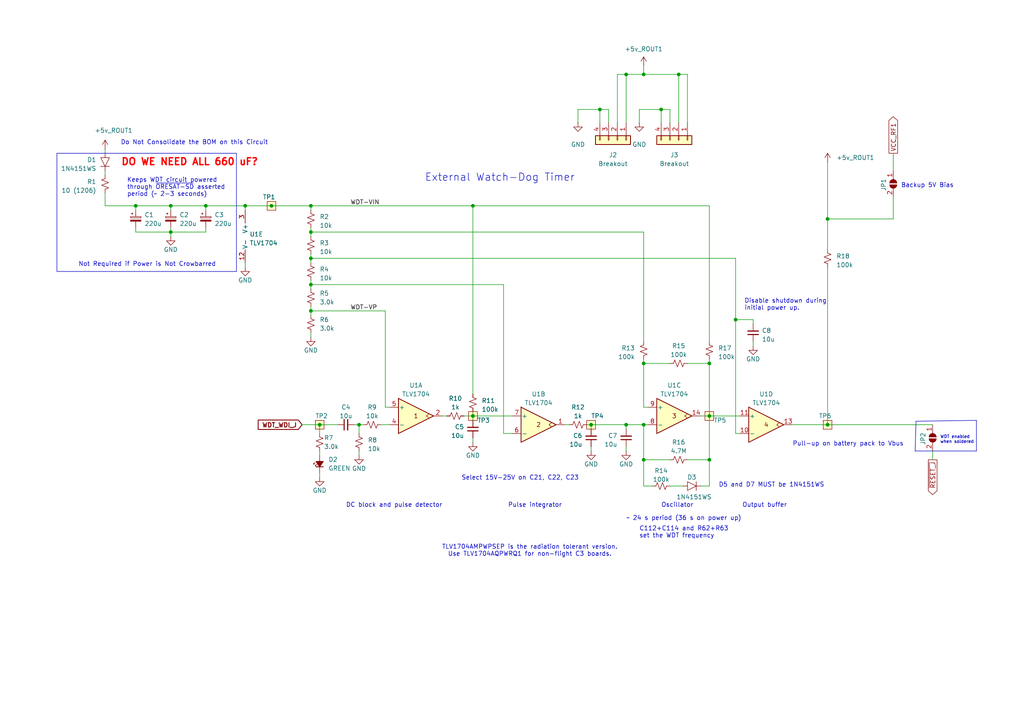
<source format=kicad_sch>
(kicad_sch (version 20231120) (generator "eeschema") (generator_version "8.0")
  (paper "A4")
  (lib_symbols
    (symbol "Connector_Generic:Conn_01x04" (pin_names (offset 1.016) hide)
      (property "Reference" "J" (at 0 5.08 0))
      (property "Value" "Conn_01x04" (at 0 -7.62 0))
      (symbol "Conn_01x04_1_1"
        (pin passive line (at -5.08 2.54 0) (length 3.81) (name "Pin_1") (number "1"))
        (pin passive line (at -5.08 0 0) (length 3.81) (name "Pin_2") (number "2"))
        (pin passive line (at -5.08 -2.54 0) (length 3.81) (name "Pin_3") (number "3"))
        (pin passive line (at -5.08 -5.08 0) (length 3.81) (name "Pin_4") (number "4"))
      )
    )
    (symbol "Device:C_Polarized_Small" (pin_numbers hide) (pin_names (offset 0.254) hide)
      (property "Reference" "C" (at 0.254 1.778 0))
      (property "Value" "C_Polarized_Small" (at 0.254 -2.032 0))
      (symbol "C_Polarized_Small_1_1"
        (pin passive line (at 0 2.54 270) (length 1.8542) (name "~") (number "1"))
        (pin passive line (at 0 -2.54 90) (length 1.8542) (name "~") (number "2"))
      )
    )
    (symbol "Device:C_Small" (pin_numbers hide) (pin_names (offset 0.254) hide)
      (property "Reference" "C" (at 0.254 1.778 0))
      (property "Value" "C_Small" (at 0.254 -2.032 0))
      (symbol "C_Small_1_1"
        (pin passive line (at 0 2.54 270) (length 2.032) (name "~") (number "1"))
        (pin passive line (at 0 -2.54 90) (length 2.032) (name "~") (number "2"))
      )
    )
    (symbol "Device:LED_Small_Filled" (pin_numbers hide) (pin_names (offset 0.254) hide)
      (property "Reference" "D" (at -1.27 3.175 0))
      (property "Value" "LED_Small_Filled" (at -4.445 -2.54 0))
      (symbol "LED_Small_Filled_1_1"
        (pin passive line (at -2.54 0 0) (length 1.778) (name "K") (number "1"))
        (pin passive line (at 2.54 0 180) (length 1.778) (name "A") (number "2"))
      )
    )
    (symbol "Device:R_Small_US" (pin_numbers hide) (pin_names (offset 0.254) hide)
      (property "Reference" "R" (at 0.762 0.508 0))
      (property "Value" "R_Small_US" (at 0.762 -1.016 0))
      (symbol "R_Small_US_1_1"
        (pin passive line (at 0 2.54 270) (length 1.016) (name "~") (number "1"))
        (pin passive line (at 0 -2.54 90) (length 1.016) (name "~") (number "2"))
      )
    )
    (symbol "GND_1" (power) (pin_numbers hide) (pin_names (offset 0) hide)
      (property "Value" "GND" (at 0 -3.81 0))
      (symbol "GND_1_1_1"
        (pin power_in line (at 0 0 270) (length 0) (name "~") (number "1"))
      )
    )
    (symbol "Jumper:SolderJumper_2_Open" (pin_names (offset 0) hide)
      (property "Reference" "JP" (at 0 2.032 0))
      (property "Value" "SolderJumper_2_Open" (at 0 -2.54 0))
      (symbol "SolderJumper_2_Open_1_1"
        (pin passive line (at -3.81 0 0) (length 2.54) (name "A") (number "1"))
        (pin passive line (at 3.81 0 180) (length 2.54) (name "B") (number "2"))
      )
    )
    (symbol "TLV1704AIPWR_1" (pin_names (offset 0.127))
      (property "Reference" "U" (at 0 5.08 0))
      (property "Value" "TLV1704AIPWR" (at 0 -5.08 0))
      (symbol "TLV1704AIPWR_1_1_1"
        (text "1" (at 0 0 0) (effects (font (size 1.27 1.27))))
        (pin open_collector line (at 7.62 0 180) (length 2.54) (name "~") (number "2"))
        (pin input line (at -7.62 -2.54 0) (length 2.54) (name "-") (number "4"))
        (pin input line (at -7.62 2.54 0) (length 2.54) (name "+") (number "5"))
      )
      (symbol "TLV1704AIPWR_1_2_1"
        (text "2" (at 0 0 0) (effects (font (size 1.27 1.27))))
        (pin open_collector line (at 7.62 0 180) (length 2.54) (name "~") (number "1"))
        (pin input line (at -7.62 -2.54 0) (length 2.54) (name "-") (number "6"))
        (pin input line (at -7.62 2.54 0) (length 2.54) (name "+") (number "7"))
      )
      (symbol "TLV1704AIPWR_1_3_1"
        (text "3" (at 0 0 0) (effects (font (size 1.27 1.27))))
        (pin open_collector line (at 7.62 0 180) (length 2.54) (name "~") (number "14"))
        (pin input line (at -7.62 -2.54 0) (length 2.54) (name "-") (number "8"))
        (pin input line (at -7.62 2.54 0) (length 2.54) (name "+") (number "9"))
      )
      (symbol "TLV1704AIPWR_1_4_1"
        (text "4" (at 0 0 0) (effects (font (size 1.27 1.27))))
        (pin input line (at -7.62 -2.54 0) (length 2.54) (name "-") (number "10"))
        (pin input line (at -7.62 2.54 0) (length 2.54) (name "+") (number "11"))
        (pin open_collector line (at 7.62 0 180) (length 2.54) (name "~") (number "13"))
      )
      (symbol "TLV1704AIPWR_1_5_1"
        (pin power_in line (at -2.54 -7.62 90) (length 3.81) (name "V-") (number "12"))
        (pin power_in line (at -2.54 7.62 270) (length 3.81) (name "V+") (number "3"))
      )
    )
    (symbol "TLV1704AIPWR_2" (pin_names (offset 0.127))
      (property "Reference" "U" (at 0 5.08 0))
      (property "Value" "TLV1704AIPWR" (at 0 -5.08 0))
      (symbol "TLV1704AIPWR_2_1_1"
        (text "1" (at 0 0 0) (effects (font (size 1.27 1.27))))
        (pin open_collector line (at 7.62 0 180) (length 2.54) (name "~") (number "2"))
        (pin input line (at -7.62 -2.54 0) (length 2.54) (name "-") (number "4"))
        (pin input line (at -7.62 2.54 0) (length 2.54) (name "+") (number "5"))
      )
      (symbol "TLV1704AIPWR_2_2_1"
        (text "2" (at 0 0 0) (effects (font (size 1.27 1.27))))
        (pin open_collector line (at 7.62 0 180) (length 2.54) (name "~") (number "1"))
        (pin input line (at -7.62 -2.54 0) (length 2.54) (name "-") (number "6"))
        (pin input line (at -7.62 2.54 0) (length 2.54) (name "+") (number "7"))
      )
      (symbol "TLV1704AIPWR_2_3_1"
        (text "3" (at 0 0 0) (effects (font (size 1.27 1.27))))
        (pin open_collector line (at 7.62 0 180) (length 2.54) (name "~") (number "14"))
        (pin input line (at -7.62 -2.54 0) (length 2.54) (name "-") (number "8"))
        (pin input line (at -7.62 2.54 0) (length 2.54) (name "+") (number "9"))
      )
      (symbol "TLV1704AIPWR_2_4_1"
        (text "4" (at 0 0 0) (effects (font (size 1.27 1.27))))
        (pin input line (at -7.62 -2.54 0) (length 2.54) (name "-") (number "10"))
        (pin input line (at -7.62 2.54 0) (length 2.54) (name "+") (number "11"))
        (pin open_collector line (at 7.62 0 180) (length 2.54) (name "~") (number "13"))
      )
      (symbol "TLV1704AIPWR_2_5_1"
        (pin power_in line (at -2.54 -7.62 90) (length 3.81) (name "V-") (number "12"))
        (pin power_in line (at -2.54 7.62 270) (length 3.81) (name "V+") (number "3"))
      )
    )
    (symbol "TLV1704AIPWR_3" (pin_names (offset 0.127))
      (property "Reference" "U" (at 0 5.08 0))
      (property "Value" "TLV1704AIPWR" (at 0 -5.08 0))
      (symbol "TLV1704AIPWR_3_1_1"
        (text "1" (at 0 0 0) (effects (font (size 1.27 1.27))))
        (pin open_collector line (at 7.62 0 180) (length 2.54) (name "~") (number "2"))
        (pin input line (at -7.62 -2.54 0) (length 2.54) (name "-") (number "4"))
        (pin input line (at -7.62 2.54 0) (length 2.54) (name "+") (number "5"))
      )
      (symbol "TLV1704AIPWR_3_2_1"
        (text "2" (at 0 0 0) (effects (font (size 1.27 1.27))))
        (pin open_collector line (at 7.62 0 180) (length 2.54) (name "~") (number "1"))
        (pin input line (at -7.62 -2.54 0) (length 2.54) (name "-") (number "6"))
        (pin input line (at -7.62 2.54 0) (length 2.54) (name "+") (number "7"))
      )
      (symbol "TLV1704AIPWR_3_3_1"
        (text "3" (at 0 0 0) (effects (font (size 1.27 1.27))))
        (pin open_collector line (at 7.62 0 180) (length 2.54) (name "~") (number "14"))
        (pin input line (at -7.62 -2.54 0) (length 2.54) (name "-") (number "8"))
        (pin input line (at -7.62 2.54 0) (length 2.54) (name "+") (number "9"))
      )
      (symbol "TLV1704AIPWR_3_4_1"
        (text "4" (at 0 0 0) (effects (font (size 1.27 1.27))))
        (pin input line (at -7.62 -2.54 0) (length 2.54) (name "-") (number "10"))
        (pin input line (at -7.62 2.54 0) (length 2.54) (name "+") (number "11"))
        (pin open_collector line (at 7.62 0 180) (length 2.54) (name "~") (number "13"))
      )
      (symbol "TLV1704AIPWR_3_5_1"
        (pin power_in line (at -2.54 -7.62 90) (length 3.81) (name "V-") (number "12"))
        (pin power_in line (at -2.54 7.62 270) (length 3.81) (name "V+") (number "3"))
      )
    )
    (symbol "TLV1704AIPWR_4" (pin_names (offset 0.127))
      (property "Reference" "U" (at 0 5.08 0))
      (property "Value" "TLV1704AIPWR" (at 0 -5.08 0))
      (symbol "TLV1704AIPWR_4_1_1"
        (text "1" (at 0 0 0) (effects (font (size 1.27 1.27))))
        (pin open_collector line (at 7.62 0 180) (length 2.54) (name "~") (number "2"))
        (pin input line (at -7.62 -2.54 0) (length 2.54) (name "-") (number "4"))
        (pin input line (at -7.62 2.54 0) (length 2.54) (name "+") (number "5"))
      )
      (symbol "TLV1704AIPWR_4_2_1"
        (text "2" (at 0 0 0) (effects (font (size 1.27 1.27))))
        (pin open_collector line (at 7.62 0 180) (length 2.54) (name "~") (number "1"))
        (pin input line (at -7.62 -2.54 0) (length 2.54) (name "-") (number "6"))
        (pin input line (at -7.62 2.54 0) (length 2.54) (name "+") (number "7"))
      )
      (symbol "TLV1704AIPWR_4_3_1"
        (text "3" (at 0 0 0) (effects (font (size 1.27 1.27))))
        (pin open_collector line (at 7.62 0 180) (length 2.54) (name "~") (number "14"))
        (pin input line (at -7.62 -2.54 0) (length 2.54) (name "-") (number "8"))
        (pin input line (at -7.62 2.54 0) (length 2.54) (name "+") (number "9"))
      )
      (symbol "TLV1704AIPWR_4_4_1"
        (text "4" (at 0 0 0) (effects (font (size 1.27 1.27))))
        (pin input line (at -7.62 -2.54 0) (length 2.54) (name "-") (number "10"))
        (pin input line (at -7.62 2.54 0) (length 2.54) (name "+") (number "11"))
        (pin open_collector line (at 7.62 0 180) (length 2.54) (name "~") (number "13"))
      )
      (symbol "TLV1704AIPWR_4_5_1"
        (pin power_in line (at -2.54 -7.62 90) (length 3.81) (name "V-") (number "12"))
        (pin power_in line (at -2.54 7.62 270) (length 3.81) (name "V+") (number "3"))
      )
    )
    (symbol "oresat-diodes:1N4151WS-HE3" (pin_numbers hide) (pin_names (offset 0) hide)
      (property "Reference" "D" (at 0 2.54 0))
      (property "Value" "1N4151WS" (at 0 -2.54 0))
      (symbol "1N4151WS-HE3_1_1"
        (pin passive line (at 2.54 0 180) (length 1.27) (name "1") (number "1"))
        (pin passive line (at -2.54 0 0) (length 1.27) (name "2") (number "2"))
      )
    )
    (symbol "oresat-ics:TLV1704AIPWR" (pin_names (offset 0.127))
      (property "Reference" "U" (at 0 5.08 0))
      (property "Value" "TLV1704AIPWR" (at 0 -5.08 0))
      (symbol "TLV1704AIPWR_1_1"
        (text "1" (at 0 0 0) (effects (font (size 1.27 1.27))))
        (pin open_collector line (at 7.62 0 180) (length 2.54) (name "~") (number "2"))
        (pin input line (at -7.62 -2.54 0) (length 2.54) (name "-") (number "4"))
        (pin input line (at -7.62 2.54 0) (length 2.54) (name "+") (number "5"))
      )
      (symbol "TLV1704AIPWR_2_1"
        (text "2" (at 0 0 0) (effects (font (size 1.27 1.27))))
        (pin open_collector line (at 7.62 0 180) (length 2.54) (name "~") (number "1"))
        (pin input line (at -7.62 -2.54 0) (length 2.54) (name "-") (number "6"))
        (pin input line (at -7.62 2.54 0) (length 2.54) (name "+") (number "7"))
      )
      (symbol "TLV1704AIPWR_3_1"
        (text "3" (at 0 0 0) (effects (font (size 1.27 1.27))))
        (pin open_collector line (at 7.62 0 180) (length 2.54) (name "~") (number "14"))
        (pin input line (at -7.62 -2.54 0) (length 2.54) (name "-") (number "8"))
        (pin input line (at -7.62 2.54 0) (length 2.54) (name "+") (number "9"))
      )
      (symbol "TLV1704AIPWR_4_1"
        (text "4" (at 0 0 0) (effects (font (size 1.27 1.27))))
        (pin input line (at -7.62 -2.54 0) (length 2.54) (name "-") (number "10"))
        (pin input line (at -7.62 2.54 0) (length 2.54) (name "+") (number "11"))
        (pin open_collector line (at 7.62 0 180) (length 2.54) (name "~") (number "13"))
      )
      (symbol "TLV1704AIPWR_5_1"
        (pin power_in line (at -2.54 -7.62 90) (length 3.81) (name "V-") (number "12"))
        (pin power_in line (at -2.54 7.62 270) (length 3.81) (name "V+") (number "3"))
      )
    )
    (symbol "oresat-misc:Test-Point-0.75mm-th" (exclude_from_sim yes) (in_bom no)
      (property "Reference" "TP" (at 0 2.54 0))
      (symbol "Test-Point-0.75mm-th_1_0"
        (pin passive line (at 0 0 0) (length 0) (name "1") (number "1"))
      )
    )
    (symbol "power:GND" (power) (pin_names (offset 0))
      (property "Value" "GND" (at 0 -3.81 0))
      (symbol "GND_1_1"
        (pin power_in line (at 0 0 270) (length 0) hide (name "GND") (number "1"))
      )
    )
    (symbol "power:VBUS" (power) (pin_numbers hide) (pin_names (offset 0) hide)
      (property "Value" "VBUS" (at 0 3.556 0))
      (symbol "VBUS_1_1"
        (pin power_in line (at 0 0 90) (length 0) (name "~") (number "1"))
      )
    )
  )
  (junction (at 137.16 120.65))
  (junction (at 137.16 59.69))
  (junction (at 39.37 59.69))
  (junction (at 181.61 21.59))
  (junction (at 240.03 63.5))
  (junction (at 213.36 92.71))
  (junction (at 78.74 59.69))
  (junction (at 205.74 105.41))
  (junction (at 49.53 67.31))
  (junction (at 90.17 67.31))
  (junction (at 90.17 74.93))
  (junction (at 196.85 21.59))
  (junction (at 90.17 90.17))
  (junction (at 186.69 105.41))
  (junction (at 171.45 123.19))
  (junction (at 186.69 123.19))
  (junction (at 205.74 120.65))
  (junction (at 173.99 31.75))
  (junction (at 90.17 82.55))
  (junction (at 90.17 59.69))
  (junction (at 186.69 133.35))
  (junction (at 104.14 123.19))
  (junction (at 92.71 123.19))
  (junction (at 49.53 59.69))
  (junction (at 191.77 31.75))
  (junction (at 181.61 123.19))
  (junction (at 59.69 59.69))
  (junction (at 186.69 21.59))
  (junction (at 240.03 123.19))
  (junction (at 71.12 59.69))
  (junction (at 205.74 133.35))
  (wire (pts (xy 191.77 31.75) (xy 185.42 31.75)))
  (wire (pts (xy 173.99 35.56) (xy 173.99 31.75)))
  (wire (pts (xy 186.69 99.06) (xy 186.69 67.31)))
  (wire (pts (xy 199.39 21.59) (xy 196.85 21.59)))
  (wire (pts (xy 146.05 125.73) (xy 148.59 125.73)))
  (wire (pts (xy 173.99 31.75) (xy 167.64 31.75)))
  (wire (pts (xy 49.53 59.69) (xy 59.69 59.69)))
  (wire (pts (xy 170.18 123.19) (xy 171.45 123.19)))
  (wire (pts (xy 110.49 123.19) (xy 113.03 123.19)))
  (wire (pts (xy 167.64 31.75) (xy 167.64 35.56)))
  (wire (pts (xy 181.61 21.59) (xy 181.61 35.56)))
  (wire (pts (xy 199.39 105.41) (xy 205.74 105.41)))
  (wire (pts (xy 71.12 77.47) (xy 71.12 76.2)))
  (wire (pts (xy 59.69 59.69) (xy 71.12 59.69)))
  (wire (pts (xy 134.62 120.65) (xy 137.16 120.65)))
  (wire (pts (xy 59.69 60.96) (xy 59.69 59.69)))
  (wire (pts (xy 205.74 99.06) (xy 205.74 59.69)))
  (wire (pts (xy 30.48 55.88) (xy 30.48 59.69)))
  (wire (pts (xy 90.17 96.52) (xy 90.17 97.79)))
  (wire (pts (xy 205.74 140.97) (xy 205.74 133.35)))
  (polyline (pts (xy 265.43 130.81) (xy 265.684 122.174)))
  (wire (pts (xy 218.44 93.98) (xy 218.44 92.71)))
  (wire (pts (xy 71.12 59.69) (xy 78.74 59.69)))
  (wire (pts (xy 181.61 21.59) (xy 186.69 21.59)))
  (wire (pts (xy 90.17 82.55) (xy 146.05 82.55)))
  (wire (pts (xy 173.99 31.75) (xy 176.53 31.75)))
  (wire (pts (xy 240.03 63.5) (xy 240.03 72.39)))
  (wire (pts (xy 194.31 133.35) (xy 186.69 133.35)))
  (wire (pts (xy 90.17 90.17) (xy 90.17 91.44)))
  (wire (pts (xy 186.69 21.59) (xy 186.69 19.05)))
  (wire (pts (xy 49.53 67.31) (xy 49.53 68.58)))
  (wire (pts (xy 205.74 133.35) (xy 205.74 120.65)))
  (wire (pts (xy 137.16 120.65) (xy 148.59 120.65)))
  (wire (pts (xy 90.17 90.17) (xy 111.76 90.17)))
  (wire (pts (xy 186.69 118.11) (xy 186.69 105.41)))
  (wire (pts (xy 186.69 140.97) (xy 189.23 140.97)))
  (wire (pts (xy 171.45 130.81) (xy 171.45 129.54)))
  (wire (pts (xy 205.74 120.65) (xy 214.63 120.65)))
  (wire (pts (xy 146.05 82.55) (xy 146.05 125.73)))
  (polyline (pts (xy 283.21 130.81) (xy 265.43 130.81)))
  (wire (pts (xy 163.83 123.19) (xy 165.1 123.19)))
  (wire (pts (xy 39.37 59.69) (xy 39.37 60.96)))
  (wire (pts (xy 186.69 140.97) (xy 186.69 133.35)))
  (wire (pts (xy 30.48 59.69) (xy 39.37 59.69)))
  (wire (pts (xy 90.17 73.66) (xy 90.17 74.93)))
  (wire (pts (xy 90.17 67.31) (xy 186.69 67.31)))
  (wire (pts (xy 90.17 60.96) (xy 90.17 59.69)))
  (wire (pts (xy 137.16 59.69) (xy 137.16 114.3)))
  (wire (pts (xy 205.74 105.41) (xy 205.74 120.65)))
  (wire (pts (xy 259.08 57.15) (xy 259.08 63.5)))
  (wire (pts (xy 137.16 120.65) (xy 137.16 119.38)))
  (wire (pts (xy 213.36 74.93) (xy 213.36 92.71)))
  (wire (pts (xy 92.71 130.81) (xy 92.71 132.08)))
  (wire (pts (xy 196.85 21.59) (xy 186.69 21.59)))
  (wire (pts (xy 78.74 59.69) (xy 90.17 59.69)))
  (wire (pts (xy 194.31 31.75) (xy 194.31 35.56)))
  (wire (pts (xy 90.17 74.93) (xy 213.36 74.93)))
  (wire (pts (xy 186.69 104.14) (xy 186.69 105.41)))
  (wire (pts (xy 205.74 104.14) (xy 205.74 105.41)))
  (wire (pts (xy 179.07 21.59) (xy 181.61 21.59)))
  (wire (pts (xy 137.16 128.27) (xy 137.16 127)))
  (wire (pts (xy 137.16 59.69) (xy 205.74 59.69)))
  (wire (pts (xy 49.53 67.31) (xy 39.37 67.31)))
  (wire (pts (xy 191.77 35.56) (xy 191.77 31.75)))
  (wire (pts (xy 181.61 123.19) (xy 186.69 123.19)))
  (wire (pts (xy 171.45 123.19) (xy 181.61 123.19)))
  (wire (pts (xy 49.53 59.69) (xy 49.53 60.96)))
  (wire (pts (xy 181.61 130.81) (xy 181.61 129.54)))
  (wire (pts (xy 203.2 140.97) (xy 205.74 140.97)))
  (wire (pts (xy 111.76 90.17) (xy 111.76 118.11)))
  (polyline (pts (xy 265.684 122.174) (xy 283.21 121.92)))
  (polyline (pts (xy 283.21 121.92) (xy 283.21 130.81)))
  (wire (pts (xy 92.71 125.73) (xy 92.71 123.19)))
  (wire (pts (xy 186.69 133.35) (xy 186.69 123.19)))
  (wire (pts (xy 240.03 46.99) (xy 240.03 63.5)))
  (wire (pts (xy 90.17 67.31) (xy 90.17 68.58)))
  (wire (pts (xy 259.08 63.5) (xy 240.03 63.5)))
  (wire (pts (xy 213.36 92.71) (xy 218.44 92.71)))
  (wire (pts (xy 92.71 138.43) (xy 92.71 137.16)))
  (wire (pts (xy 187.96 118.11) (xy 186.69 118.11)))
  (wire (pts (xy 229.87 123.19) (xy 240.03 123.19)))
  (wire (pts (xy 90.17 66.04) (xy 90.17 67.31)))
  (wire (pts (xy 111.76 118.11) (xy 113.03 118.11)))
  (wire (pts (xy 196.85 35.56) (xy 196.85 21.59)))
  (wire (pts (xy 90.17 82.55) (xy 90.17 83.82)))
  (wire (pts (xy 199.39 35.56) (xy 199.39 21.59)))
  (wire (pts (xy 259.08 44.45) (xy 259.08 49.53)))
  (wire (pts (xy 87.63 123.19) (xy 92.71 123.19)))
  (wire (pts (xy 39.37 59.69) (xy 49.53 59.69)))
  (wire (pts (xy 185.42 31.75) (xy 185.42 35.56)))
  (wire (pts (xy 104.14 123.19) (xy 104.14 125.73)))
  (wire (pts (xy 191.77 31.75) (xy 194.31 31.75)))
  (wire (pts (xy 102.87 123.19) (xy 104.14 123.19)))
  (wire (pts (xy 30.48 43.18) (xy 30.48 44.45)))
  (wire (pts (xy 171.45 123.19) (xy 171.45 124.46)))
  (wire (pts (xy 186.69 123.19) (xy 187.96 123.19)))
  (wire (pts (xy 240.03 77.47) (xy 240.03 123.19)))
  (wire (pts (xy 92.71 123.19) (xy 97.79 123.19)))
  (wire (pts (xy 39.37 66.04) (xy 39.37 67.31)))
  (wire (pts (xy 104.14 123.19) (xy 105.41 123.19)))
  (wire (pts (xy 49.53 66.04) (xy 49.53 67.31)))
  (wire (pts (xy 194.31 140.97) (xy 198.12 140.97)))
  (wire (pts (xy 213.36 125.73) (xy 214.63 125.73)))
  (wire (pts (xy 218.44 100.33) (xy 218.44 99.06)))
  (wire (pts (xy 181.61 124.46) (xy 181.61 123.19)))
  (wire (pts (xy 137.16 120.65) (xy 137.16 121.92)))
  (wire (pts (xy 104.14 130.81) (xy 104.14 132.08)))
  (wire (pts (xy 186.69 105.41) (xy 194.31 105.41)))
  (wire (pts (xy 137.16 59.69) (xy 90.17 59.69)))
  (wire (pts (xy 199.39 133.35) (xy 205.74 133.35)))
  (wire (pts (xy 90.17 81.28) (xy 90.17 82.55)))
  (wire (pts (xy 128.27 120.65) (xy 129.54 120.65)))
  (wire (pts (xy 270.51 130.81) (xy 270.51 133.35)))
  (wire (pts (xy 59.69 66.04) (xy 59.69 67.31)))
  (wire (pts (xy 176.53 31.75) (xy 176.53 35.56)))
  (wire (pts (xy 213.36 92.71) (xy 213.36 125.73)))
  (wire (pts (xy 179.07 35.56) (xy 179.07 21.59)))
  (wire (pts (xy 71.12 60.96) (xy 71.12 59.69)))
  (wire (pts (xy 240.03 123.19) (xy 270.51 123.19)))
  (wire (pts (xy 30.48 49.53) (xy 30.48 50.8)))
  (wire (pts (xy 90.17 74.93) (xy 90.17 76.2)))
  (wire (pts (xy 49.53 67.31) (xy 59.69 67.31)))
  (wire (pts (xy 90.17 88.9) (xy 90.17 90.17)))
  (wire (pts (xy 203.2 120.65) (xy 205.74 120.65)))
  (rectangle (start 16.51 44.45) (end 68.58 78.74))
  (text "Oscillator" (at 191.77 147.32 0) (effects (font (size 1.27 1.27)) (justify left bottom)))
  (text "Pulse integrator" (at 147.32 147.32 0) (effects (font (size 1.27 1.27)) (justify left bottom)))
  (text "DO WE NEED ALL 660 uF?" (at 35.052 48.26 0) (effects (font (size 2 2) (thickness 0.4) (bold yes)) (justify left bottom)))
  (text "External Watch-Dog Timer" (at 123.19 52.832 0) (effects (font (size 2.159 2.159)) (justify left bottom)))
  (text "Output buffer" (at 215.265 147.32 0) (effects (font (size 1.27 1.27)) (justify left bottom)))
  (text "Disable shutdown during\ninitial power up." (at 215.9 90.17 0) (effects (font (size 1.27 1.27)) (justify left bottom)))
  (text "C112+C114 and R62+R63 \nset the WDT frequency" (at 185.42 156.21 0) (effects (font (size 1.27 1.27)) (justify left bottom)))
  (text "Keeps WDT circuit powered\nthrough ~{ORESAT-SD} asserted\nperiod (~ 2-3 seconds)" (at 36.83 57.15 0) (effects (font (size 1.27 1.27)) (justify left bottom)))
  (text "Backup 5V Bias" (at 268.986 53.848 0) (effects (font (size 1.27 1.27))))
  (text "~ 24 s period (36 s on power up)" (at 181.61 151.13 0) (effects (font (size 1.27 1.27)) (justify left bottom)))
  (text "Not Required if Power is Not Crowbarred " (at 43.18 76.708 0) (effects (font (size 1.27 1.27))))
  (text "DC block and pulse detector" (at 100.33 147.32 0) (effects (font (size 1.27 1.27)) (justify left bottom)))
  (text "WDT enabled\nwhen soldered" (at 272.669 128.778 0) (effects (font (size 0.889 0.889)) (justify left bottom)))
  (text "D5 and D7 MUST be 1N4151WS" (at 223.774 140.716 0) (effects (font (size 1.27 1.27))))
  (text "Do Not Consolidate the BOM on this Circuit" (at 56.388 41.402 0) (effects (font (size 1.27 1.27))))
  (text "Select 15V-25V on C21, C22, C23" (at 150.876 138.684 0) (effects (font (size 1.27 1.27))))
  (text "TLV1704AMPWPSEP is the radiation tolerant version.\nUse TLV1704AQPWRQ1 for non-flight C3 boards." (at 153.67 159.766 0) (effects (font (size 1.27 1.27))))
  (text "Pull-up on battery pack to Vbus" (at 229.87 129.54 0) (effects (font (size 1.27 1.27)) (justify left bottom)))
  (label "WDT-VIN" (at 101.6 59.69 0))
  (label "WDT-VP" (at 101.6 90.17 0))
  (global_label "VCC_RF1" (shape output) (at 259.08 44.45 90) (property "Intersheetrefs" "${INTERSHEET_REFS}" (effects (hide yes))))
  (global_label "~{RESET_J}" (shape output) (at 270.51 133.35 270) (property "Intersheetrefs" "${INTERSHEET_REFS}" (effects (hide yes))))
  (global_label "WDT_WDI_J" (shape input) (at 87.63 123.19 180) (effects (font (thickness 0.254) (bold yes))) (property "Intersheetrefs" "${INTERSHEET_REFS}" (effects (hide yes))))
  (symbol (lib_id "power:GND") (at 104.14 132.08 0) (unit 1)
    (property "Reference" "#PWR06" (effects (hide yes)))
    (property "Value" "GND" (at 104.14 135.89 0))
    (property "Description" "Power symbol creates a global label with name \"GND\" , ground" (effects (hide yes)))
  )
  (symbol (lib_id "Device:R_Small_US") (at 90.17 86.36 0) (unit 1)
    (property "Reference" "R5" (at 92.71 85.09 0) (effects (justify left)))
    (property "Value" "3.0k" (at 92.71 87.63 0) (effects (justify left)))
    (property "Footprint" "Resistor_SMD:R_0603_1608Metric" (effects (hide yes)))
    (property "Description" "3 kOhms ±1% 0.1W, 1/10W Chip Resistor 0603 (1608 Metric) Automotive AEC-Q200 Thick Film" (effects (hide yes)))
    (property "DPN" "RMCF0603FT3K00CT-ND" (effects (hide yes)))
    (property "DST" "Digi-Key" (effects (hide yes)))
    (property "MFR" "Stackpole Electronics Inc" (effects (hide yes)))
    (property "MPN" "RMCF0603FT3K00" (effects (hide yes)))
  )
  (symbol (lib_id "Device:C_Small") (at 218.44 96.52 180) (unit 1)
    (property "Reference" "C8" (at 220.98 95.8786 0) (effects (justify right)))
    (property "Value" "10u" (at 220.98 98.4186 0) (effects (justify right)))
    (property "Footprint" "Capacitor_SMD:C_0603_1608Metric" (effects (hide yes)))
    (property "Description" "10 µF ±10% 16V Ceramic Capacitor X5R 0603 (1608 Metric)" (effects (hide yes)))
    (property "DPN" "490-12317-1-ND" (effects (hide yes)))
    (property "DST" "Digi-Key" (effects (hide yes)))
    (property "MFR" "Murata" (effects (hide yes)))
    (property "MPN" "GRT188R61C106KE13D" (effects (hide yes)))
  )
  (symbol (lib_id "power:VBUS") (at 186.69 19.05 0) (unit 1)
    (property "Reference" "#PWR012" (effects (hide yes)))
    (property "Value" "+5v_ROUT1" (at 186.69 14.224 0))
    (property "Description" "Power symbol creates a global label with name \"VBUS\"" (effects (hide yes)))
  )
  (symbol (lib_name "TLV1704AIPWR_4") (lib_id "oresat-ics:TLV1704AIPWR") (at 156.21 123.19 0) (unit 2)
    (property "Reference" "U1" (at 156.21 114.3 0))
    (property "Value" "TLV1704" (at 156.21 116.84 0))
    (property "Footprint" "Package_SO:TSSOP-14_4.4x5mm_P0.65mm" (effects (hide yes)))
    (property "Datasheet" "https://www.ti.com/lit/ds/symlink/tlv1704-sep.pdf" (effects (hide yes)))
    (property "Description" "Analog Comparators 2.2-V to 36-V, radiation tolerant microPower quad comparator in space enhanced plastic 14-TSSOP -55 to 125" (effects (hide yes)))
    (property "MFR" "Texas Instruments" (effects (hide yes)))
    (property "MPN" "TLV1704AQPWRQ1" (effects (hide yes)))
    (property "DST" "Digi-Key" (effects (hide yes)))
    (property "DPN" "296-43799-2-ND" (effects (hide yes)))
  )
  (symbol (lib_id "Device:R_Small_US") (at 137.16 116.84 0) (unit 1)
    (property "Reference" "R11" (at 139.7 116.205 0) (effects (justify left)))
    (property "Value" "100k" (at 139.7 118.745 0) (effects (justify left)))
    (property "Footprint" "Resistor_SMD:R_0603_1608Metric" (effects (hide yes)))
    (property "Description" "100 kOhms ±5% 0.1W, 1/10W Chip Resistor 0603 (1608 Metric) Automotive AEC-Q200 Thick Film" (effects (hide yes)))
    (property "DPN" "RMCF0603FT100KCT-ND" (effects (hide yes)))
    (property "DST" "Digi-Key" (effects (hide yes)))
    (property "MFR" "Stackpole Electronics Inc" (effects (hide yes)))
    (property "MPN" "RMCF0603FT100K" (effects (hide yes)))
  )
  (symbol (lib_id "Device:R_Small_US") (at 191.77 140.97 270) (unit 1)
    (property "Reference" "R14" (at 191.77 136.525 90))
    (property "Value" "100k" (at 191.77 139.065 90))
    (property "Footprint" "Resistor_SMD:R_0603_1608Metric" (effects (hide yes)))
    (property "Description" "100 kOhms ±5% 0.1W, 1/10W Chip Resistor 0603 (1608 Metric) Automotive AEC-Q200 Thick Film" (effects (hide yes)))
    (property "DPN" "RMCF0603FT100KCT-ND" (effects (hide yes)))
    (property "DST" "Digi-Key" (effects (hide yes)))
    (property "MFR" "Stackpole Electronics Inc" (effects (hide yes)))
    (property "MPN" "RMCF0603FT100K" (effects (hide yes)))
  )
  (symbol (lib_id "Device:R_Small_US") (at 186.69 101.6 0) (mirror x) (unit 1)
    (property "Reference" "R13" (at 184.15 100.965 0) (effects (justify right)))
    (property "Value" "100k" (at 184.15 103.505 0) (effects (justify right)))
    (property "Footprint" "Resistor_SMD:R_0603_1608Metric" (effects (hide yes)))
    (property "Description" "100 kOhms ±5% 0.1W, 1/10W Chip Resistor 0603 (1608 Metric) Automotive AEC-Q200 Thick Film" (effects (hide yes)))
    (property "DPN" "RMCF0603FT100KCT-ND" (effects (hide yes)))
    (property "DST" "Digi-Key" (effects (hide yes)))
    (property "MFR" "Stackpole Electronics Inc" (effects (hide yes)))
    (property "MPN" "RMCF0603FT100K" (effects (hide yes)))
  )
  (symbol (lib_id "oresat-diodes:1N4151WS-HE3") (at 200.66 140.97 0) (unit 1)
    (property "Reference" "D3" (at 200.66 138.43 0))
    (property "Value" "1N4151WS" (at 201.295 144.145 0))
    (property "Footprint" "Diode_SMD:D_SOD-323" (effects (hide yes)))
    (property "Datasheet" "https://www.vishay.com/docs/85847/1n4151ws.pdf" (effects (hide yes)))
    (property "Description" "Diode Standard 50V 150mA Surface Mount SOD-323" (effects (hide yes)))
    (property "DPN" "112-1N4151WS-E3-08CT-ND" (effects (hide yes)))
    (property "DST" "Digi-Key" (effects (hide yes)))
    (property "MFR" "Vishay" (effects (hide yes)))
    (property "MPN" "1N4151WS-E3-08" (effects (hide yes)))
  )
  (symbol (lib_id "oresat-diodes:1N4151WS-HE3") (at 30.48 46.99 90) (mirror x) (unit 1)
    (property "Reference" "D1" (at 27.94 46.355 90) (effects (justify left)))
    (property "Value" "1N4151WS" (at 27.94 48.895 90) (effects (justify left)))
    (property "Footprint" "Diode_SMD:D_SOD-323" (effects (hide yes)))
    (property "Datasheet" "https://www.vishay.com/docs/85847/1n4151ws.pdf" (effects (hide yes)))
    (property "Description" "Diode Standard 50V 150mA Surface Mount SOD-323" (effects (hide yes)))
    (property "DPN" "112-1N4151WS-E3-08CT-ND" (effects (hide yes)))
    (property "DST" "Digi-Key" (effects (hide yes)))
    (property "MFR" "Vishay" (effects (hide yes)))
    (property "MPN" "1N4151WS-E3-08" (effects (hide yes)))
  )
  (symbol (lib_id "Jumper:SolderJumper_2_Open") (at 270.51 127 270) (unit 1)
    (property "Reference" "JP2" (at 267.716 127.254 0))
    (property "Value" "SolderJumper_2_Open" (effects (hide yes)))
    (property "Footprint" "Jumper:SolderJumper-2_P1.3mm_Open_RoundedPad1.0x1.5mm" (effects (hide yes)))
  )
  (symbol (lib_id "power:GND") (at 71.12 77.47 0) (mirror y) (unit 1)
    (property "Reference" "#PWR03" (effects (hide yes)))
    (property "Value" "GND" (at 71.12 81.28 0))
    (property "Description" "Power symbol creates a global label with name \"GND\" , ground" (effects (hide yes)))
  )
  (symbol (lib_id "Device:R_Small_US") (at 196.85 105.41 90) (unit 1)
    (property "Reference" "R15" (at 196.85 100.33 90))
    (property "Value" "100k" (at 196.85 102.87 90))
    (property "Footprint" "Resistor_SMD:R_0603_1608Metric" (effects (hide yes)))
    (property "Description" "100 kOhms ±5% 0.1W, 1/10W Chip Resistor 0603 (1608 Metric) Automotive AEC-Q200 Thick Film" (effects (hide yes)))
    (property "DPN" "RMCF0603FT100KCT-ND" (effects (hide yes)))
    (property "DST" "Digi-Key" (effects (hide yes)))
    (property "MFR" "Stackpole Electronics Inc" (effects (hide yes)))
    (property "MPN" "RMCF0603FT100K" (effects (hide yes)))
  )
  (symbol (lib_id "power:VBUS") (at 30.48 43.18 0) (unit 1)
    (property "Reference" "#PWR01" (effects (hide yes)))
    (property "Value" "+5v_ROUT1" (at 27.432 37.846 0) (effects (justify left)))
    (property "Description" "Power symbol creates a global label with name \"VBUS\"" (effects (hide yes)))
  )
  (symbol (lib_id "Device:R_Small_US") (at 90.17 78.74 0) (unit 1)
    (property "Reference" "R4" (at 92.71 78.105 0) (effects (justify left)))
    (property "Value" "10k" (at 92.71 80.645 0) (effects (justify left)))
    (property "Footprint" "Resistor_SMD:R_0603_1608Metric" (effects (hide yes)))
    (property "Description" "10 kOhms ±1% 0.1W, 1/10W Chip Resistor 0603 (1608 Metric) Automotive AEC-Q200 Thick Film" (effects (hide yes)))
    (property "DPN" "RMCF0603FT10K0CT-ND" (effects (hide yes)))
    (property "DST" "Digi-Key" (effects (hide yes)))
    (property "MFR" "Stackpole Electronics Inc" (effects (hide yes)))
    (property "MPN" "RMCF0603FT10K0" (effects (hide yes)))
  )
  (symbol (lib_id "Device:R_Small_US") (at 30.48 53.34 0) (mirror y) (unit 1)
    (property "Reference" "R1" (at 27.94 52.705 0) (effects (justify left)))
    (property "Value" "10 (1206)" (at 27.94 55.245 0) (effects (justify left)))
    (property "Footprint" "Resistor_SMD:R_1206_3216Metric" (effects (hide yes)))
    (property "Description" "10 Ohms ±1% 0.5W, 1/2W Chip Resistor 1206 (3216 Metric) Automotive AEC-Q200, Pulse Withstanding Thick Film" (effects (hide yes)))
    (property "DPN" "RHM10.0AFCT-ND" (effects (hide yes)))
    (property "DST" "Digi-Key" (effects (hide yes)))
    (property "MFR" "Rohm Semiconductor" (effects (hide yes)))
    (property "MPN" "ESR18EZPF10R0" (effects (hide yes)))
  )
  (symbol (lib_id "power:GND") (at 171.45 130.81 0) (mirror y) (unit 1)
    (property "Reference" "#PWR09" (effects (hide yes)))
    (property "Value" "GND" (at 171.45 134.62 0))
    (property "Description" "Power symbol creates a global label with name \"GND\" , ground" (effects (hide yes)))
  )
  (symbol (lib_name "GND_1") (lib_id "power:GND") (at 167.64 35.56 0) (unit 1)
    (property "Reference" "#PWR08" (effects (hide yes)))
    (property "Value" "GND" (at 167.64 41.91 0))
    (property "Description" "Power symbol creates a global label with name \"GND\" , ground" (effects (hide yes)))
  )
  (symbol (lib_id "Connector_Generic:Conn_01x04") (at 196.85 40.64 270) (unit 1)
    (property "Reference" "J3" (at 195.58 44.958 90))
    (property "Value" "Breakout" (at 195.58 47.498 90))
    (property "Footprint" "FC_DEV_BOARD:JST_BM04B-SRSS-TB(LF)(SN)" (effects (hide yes)))
  )
  (symbol (lib_id "Device:R_Small_US") (at 196.85 133.35 270) (unit 1)
    (property "Reference" "R16" (at 196.85 128.27 90))
    (property "Value" "4.7M" (at 196.85 130.81 90))
    (property "Footprint" "Resistor_SMD:R_0603_1608Metric" (effects (hide yes)))
    (property "Description" "4.7 MOhms ±1% 0.1W, 1/10W Chip Resistor 0603 (1608 Metric) Automotive AEC-Q200 Thick Film" (effects (hide yes)))
    (property "DPN" "RMCF0603FT4M70CT-ND" (effects (hide yes)))
    (property "DST" "Digi-Key" (effects (hide yes)))
    (property "MFR" "Stackpole Electronics Inc" (effects (hide yes)))
    (property "MPN" "RMCF0603FT4M70" (effects (hide yes)))
  )
  (symbol (lib_id "Device:C_Polarized_Small") (at 59.69 63.5 0) (unit 1)
    (property "Reference" "C3" (at 62.23 62.3189 0) (effects (justify left)))
    (property "Value" "220u" (at 62.23 64.8589 0) (effects (justify left)))
    (property "Footprint" "Capacitor_Tantalum_SMD:CP_EIA-7361-38_AVX-V" (effects (hide yes)))
    (property "Description" "220µF Molded Tantalum Capacitors 16V 2917 (7343 Metric) 100mOhm @ 100kHz" (effects (hide yes)))
    (property "DPN" "478-12518-2-ND" (effects (hide yes)))
    (property "DST" "Digi-Key" (effects (hide yes)))
    (property "MFR" "Kyocera AVX" (effects (hide yes)))
    (property "MPN" "TCN4227M025R0100" (effects (hide yes)))
  )
  (symbol (lib_id "Device:R_Small_US") (at 107.95 123.19 90) (unit 1)
    (property "Reference" "R9" (at 107.95 118.11 90))
    (property "Value" "10k" (at 107.95 120.65 90))
    (property "Footprint" "Resistor_SMD:R_0603_1608Metric" (effects (hide yes)))
    (property "Description" "10 kOhms ±1% 0.1W, 1/10W Chip Resistor 0603 (1608 Metric) Automotive AEC-Q200 Thick Film" (effects (hide yes)))
    (property "DPN" "RMCF0603FT10K0CT-ND" (effects (hide yes)))
    (property "DST" "Digi-Key" (effects (hide yes)))
    (property "MFR" "Stackpole Electronics Inc" (effects (hide yes)))
    (property "MPN" "RMCF0603FT10K0" (effects (hide yes)))
  )
  (symbol (lib_id "power:GND") (at 137.16 128.27 0) (unit 1)
    (property "Reference" "#PWR07" (effects (hide yes)))
    (property "Value" "GND" (at 137.16 132.08 0))
    (property "Description" "Power symbol creates a global label with name \"GND\" , ground" (effects (hide yes)))
  )
  (symbol (lib_id "Device:R_Small_US") (at 90.17 63.5 0) (unit 1)
    (property "Reference" "R2" (at 92.71 62.865 0) (effects (justify left)))
    (property "Value" "10k" (at 92.71 65.405 0) (effects (justify left)))
    (property "Footprint" "Resistor_SMD:R_0603_1608Metric" (effects (hide yes)))
    (property "Description" "10 kOhms ±1% 0.1W, 1/10W Chip Resistor 0603 (1608 Metric) Automotive AEC-Q200 Thick Film" (effects (hide yes)))
    (property "DPN" "RMCF0603FT10K0CT-ND" (effects (hide yes)))
    (property "DST" "Digi-Key" (effects (hide yes)))
    (property "MFR" "Stackpole Electronics Inc" (effects (hide yes)))
    (property "MPN" "RMCF0603FT10K0" (effects (hide yes)))
  )
  (symbol (lib_id "power:GND") (at 181.61 130.81 0) (mirror y) (unit 1)
    (property "Reference" "#PWR010" (effects (hide yes)))
    (property "Value" "GND" (at 181.61 134.62 0))
    (property "Description" "Power symbol creates a global label with name \"GND\" , ground" (effects (hide yes)))
  )
  (symbol (lib_id "Device:R_Small_US") (at 132.08 120.65 90) (unit 1)
    (property "Reference" "R10" (at 132.08 115.57 90))
    (property "Value" "1k" (at 132.08 118.11 90))
    (property "Footprint" "Resistor_SMD:R_0603_1608Metric" (effects (hide yes)))
    (property "Description" "1 kOhms ±1% 0.1W, 1/10W Chip Resistor 0603 (1608 Metric) Automotive AEC-Q200 Thick Film" (effects (hide yes)))
    (property "DPN" "RMCF0603FT1K00CT-ND" (effects (hide yes)))
    (property "DST" "Digi-Key" (effects (hide yes)))
    (property "MFR" "Stackpole Electronics Inc" (effects (hide yes)))
    (property "MPN" "RMCF0603FT1K00" (effects (hide yes)))
  )
  (symbol (lib_id "oresat-ics:TLV1704AIPWR") (at 73.66 68.58 0) (unit 5)
    (property "Reference" "U1" (at 72.39 67.945 0) (effects (justify left)))
    (property "Value" "TLV1704" (at 72.39 70.485 0) (effects (justify left)))
    (property "Footprint" "Package_SO:TSSOP-14_4.4x5mm_P0.65mm" (effects (hide yes)))
    (property "Datasheet" "https://www.ti.com/lit/ds/symlink/tlv1704-sep.pdf" (effects (hide yes)))
    (property "Description" "Analog Comparators 2.2-V to 36-V, radiation tolerant microPower quad comparator in space enhanced plastic 14-TSSOP -55 to 125" (effects (hide yes)))
    (property "MFR" "Texas Instruments" (effects (hide yes)))
    (property "MPN" "TLV1704AQPWRQ1" (effects (hide yes)))
    (property "DST" "Digi-Key" (effects (hide yes)))
    (property "DPN" "296-43799-2-ND" (effects (hide yes)))
  )
  (symbol (lib_id "oresat-misc:Test-Point-0.75mm-th") (at 78.74 59.69 0) (unit 1) (exclude_from_sim yes) (in_bom no)
    (property "Reference" "TP1" (at 76.2 57.15 0) (effects (justify left)))
    (property "Value" "TestPoint-MinTH" (effects (hide yes)))
    (property "Footprint" "oresat-misc:TestPoint-0.75mm-th" (effects (hide yes)))
    (property "Description" "0.75 mm TH test point; good for scope probes and jumpers" (effects (hide yes)))
  )
  (symbol (lib_id "Device:R_Small_US") (at 240.03 74.93 180) (unit 1)
    (property "Reference" "R18" (at 242.57 74.295 0) (effects (justify right)))
    (property "Value" "100k" (at 242.57 76.835 0) (effects (justify right)))
    (property "Footprint" "Resistor_SMD:R_0603_1608Metric" (effects (hide yes)))
    (property "Description" "100 kOhms ±5% 0.1W, 1/10W Chip Resistor 0603 (1608 Metric) Automotive AEC-Q200 Thick Film" (effects (hide yes)))
    (property "DPN" "RMCF0603FT100KCT-ND" (effects (hide yes)))
    (property "DST" "Digi-Key" (effects (hide yes)))
    (property "MFR" "Stackpole Electronics Inc" (effects (hide yes)))
    (property "MPN" "RMCF0603FT100K" (effects (hide yes)))
  )
  (symbol (lib_id "Device:C_Small") (at 137.16 124.46 0) (mirror x) (unit 1)
    (property "Reference" "C5" (at 134.62 123.8186 0) (effects (justify right)))
    (property "Value" "10u" (at 134.62 126.3586 0) (effects (justify right)))
    (property "Footprint" "Capacitor_SMD:C_0603_1608Metric" (effects (hide yes)))
    (property "Description" "10 µF ±10% 16V Ceramic Capacitor X5R 0603 (1608 Metric)" (effects (hide yes)))
    (property "DPN" "490-12317-1-ND" (effects (hide yes)))
    (property "DST" "Digi-Key" (effects (hide yes)))
    (property "MFR" "Murata" (effects (hide yes)))
    (property "MPN" "GRT188R61C106KE13D" (effects (hide yes)))
  )
  (symbol (lib_id "power:VBUS") (at 240.03 46.99 0) (unit 1)
    (property "Reference" "#PWR014" (effects (hide yes)))
    (property "Value" "+5v_ROUT1" (at 242.57 45.7199 0) (effects (justify left)))
    (property "Description" "Power symbol creates a global label with name \"VBUS\"" (effects (hide yes)))
  )
  (symbol (lib_name "TLV1704AIPWR_3") (lib_id "oresat-ics:TLV1704AIPWR") (at 222.25 123.19 0) (unit 4)
    (property "Reference" "U1" (at 222.25 114.3 0))
    (property "Value" "TLV1704" (at 222.25 116.84 0))
    (property "Footprint" "Package_SO:TSSOP-14_4.4x5mm_P0.65mm" (effects (hide yes)))
    (property "Datasheet" "https://www.ti.com/lit/ds/symlink/tlv1704-sep.pdf" (effects (hide yes)))
    (property "Description" "Analog Comparators 2.2-V to 36-V, radiation tolerant microPower quad comparator in space enhanced plastic 14-TSSOP -55 to 125" (effects (hide yes)))
    (property "MFR" "Texas Instruments" (effects (hide yes)))
    (property "MPN" "TLV1704AQPWRQ1" (effects (hide yes)))
    (property "DST" "Digi-Key" (effects (hide yes)))
    (property "DPN" "296-43799-2-ND" (effects (hide yes)))
  )
  (symbol (lib_id "oresat-misc:Test-Point-0.75mm-th") (at 240.03 123.19 0) (unit 1) (exclude_from_sim yes) (in_bom no)
    (property "Reference" "TP6" (at 237.49 120.65 0) (effects (justify left)))
    (property "Value" "TestPoint-MinTH" (effects (hide yes)))
    (property "Footprint" "oresat-misc:TestPoint-0.75mm-th" (effects (hide yes)))
    (property "Description" "0.75 mm TH test point; good for scope probes and jumpers" (effects (hide yes)))
  )
  (symbol (lib_id "Device:R_Small_US") (at 205.74 101.6 180) (unit 1)
    (property "Reference" "R17" (at 208.28 100.965 0) (effects (justify right)))
    (property "Value" "100k" (at 208.28 103.505 0) (effects (justify right)))
    (property "Footprint" "Resistor_SMD:R_0603_1608Metric" (effects (hide yes)))
    (property "Description" "100 kOhms ±5% 0.1W, 1/10W Chip Resistor 0603 (1608 Metric) Automotive AEC-Q200 Thick Film" (effects (hide yes)))
    (property "DPN" "RMCF0603FT100KCT-ND" (effects (hide yes)))
    (property "DST" "Digi-Key" (effects (hide yes)))
    (property "MFR" "Stackpole Electronics Inc" (effects (hide yes)))
    (property "MPN" "RMCF0603FT100K" (effects (hide yes)))
  )
  (symbol (lib_id "power:GND") (at 49.53 68.58 0) (unit 1)
    (property "Reference" "#PWR02" (effects (hide yes)))
    (property "Value" "GND" (at 49.53 72.39 0))
    (property "Description" "Power symbol creates a global label with name \"GND\" , ground" (effects (hide yes)))
  )
  (symbol (lib_id "Device:C_Polarized_Small") (at 39.37 63.5 0) (unit 1)
    (property "Reference" "C1" (at 41.91 62.3189 0) (effects (justify left)))
    (property "Value" "220u" (at 41.91 64.8589 0) (effects (justify left)))
    (property "Footprint" "Capacitor_Tantalum_SMD:CP_EIA-7361-38_AVX-V" (effects (hide yes)))
    (property "Description" "220µF Molded Tantalum Capacitors 25V 2924 (7361 Metric) 100mOhm @ 100kHz" (effects (hide yes)))
    (property "DPN" "478-12518-2-ND" (effects (hide yes)))
    (property "DST" "Digi-Key" (effects (hide yes)))
    (property "MFR" "Kyocera AVX" (effects (hide yes)))
    (property "MPN" "TCN4227M025R0100" (effects (hide yes)))
  )
  (symbol (lib_id "power:GND") (at 92.71 138.43 0) (unit 1)
    (property "Reference" "#PWR05" (effects (hide yes)))
    (property "Value" "GND" (at 92.71 142.24 0))
    (property "Description" "Power symbol creates a global label with name \"GND\" , ground" (effects (hide yes)))
  )
  (symbol (lib_id "Device:R_Small_US") (at 167.64 123.19 90) (unit 1)
    (property "Reference" "R12" (at 167.64 118.11 90))
    (property "Value" "1k" (at 167.64 120.65 90))
    (property "Footprint" "Resistor_SMD:R_0603_1608Metric" (effects (hide yes)))
    (property "Description" "1 kOhms ±1% 0.1W, 1/10W Chip Resistor 0603 (1608 Metric) Automotive AEC-Q200 Thick Film" (effects (hide yes)))
    (property "DPN" "RMCF0603FT1K00CT-ND" (effects (hide yes)))
    (property "DST" "Digi-Key" (effects (hide yes)))
    (property "MFR" "Stackpole Electronics Inc" (effects (hide yes)))
    (property "MPN" "RMCF0603FT1K00" (effects (hide yes)))
  )
  (symbol (lib_id "Device:R_Small_US") (at 90.17 71.12 0) (unit 1)
    (property "Reference" "R3" (at 92.71 70.485 0) (effects (justify left)))
    (property "Value" "10k" (at 92.71 73.025 0) (effects (justify left)))
    (property "Footprint" "Resistor_SMD:R_0603_1608Metric" (effects (hide yes)))
    (property "Description" "10 kOhms ±1% 0.1W, 1/10W Chip Resistor 0603 (1608 Metric) Automotive AEC-Q200 Thick Film" (effects (hide yes)))
    (property "DPN" "RMCF0603FT10K0CT-ND" (effects (hide yes)))
    (property "DST" "Digi-Key" (effects (hide yes)))
    (property "MFR" "Stackpole Electronics Inc" (effects (hide yes)))
    (property "MPN" "RMCF0603FT10K0" (effects (hide yes)))
  )
  (symbol (lib_name "TLV1704AIPWR_1") (lib_id "oresat-ics:TLV1704AIPWR") (at 120.65 120.65 0) (unit 1)
    (property "Reference" "U1" (at 120.65 111.76 0))
    (property "Value" "TLV1704" (at 120.65 114.3 0))
    (property "Footprint" "Package_SO:TSSOP-14_4.4x5mm_P0.65mm" (effects (hide yes)))
    (property "Datasheet" "https://www.ti.com/lit/ds/symlink/tlv1704-sep.pdf" (effects (hide yes)))
    (property "Description" "Analog Comparators 2.2-V to 36-V, radiation tolerant microPower quad comparator in space enhanced plastic 14-TSSOP -55 to 125" (effects (hide yes)))
    (property "MFR" "Texas Instruments" (effects (hide yes)))
    (property "MPN" "TLV1704AQPWRQ1" (effects (hide yes)))
    (property "DST" "Digi-Key" (effects (hide yes)))
    (property "DPN" "296-43799-2-ND" (effects (hide yes)))
  )
  (symbol (lib_id "Device:R_Small_US") (at 90.17 93.98 0) (unit 1)
    (property "Reference" "R6" (at 92.71 92.71 0) (effects (justify left)))
    (property "Value" "3.0k" (at 92.71 95.25 0) (effects (justify left)))
    (property "Footprint" "Resistor_SMD:R_0603_1608Metric" (effects (hide yes)))
    (property "Description" "3 kOhms ±1% 0.1W, 1/10W Chip Resistor 0603 (1608 Metric) Automotive AEC-Q200 Thick Film" (effects (hide yes)))
    (property "DPN" "RMCF0603FT3K00CT-ND" (effects (hide yes)))
    (property "DST" "Digi-Key" (effects (hide yes)))
    (property "MFR" "Stackpole Electronics Inc" (effects (hide yes)))
    (property "MPN" "RMCF0603FT3K00" (effects (hide yes)))
  )
  (symbol (lib_id "Device:R_Small_US") (at 104.14 128.27 0) (unit 1)
    (property "Reference" "R8" (at 106.68 127.635 0) (effects (justify left)))
    (property "Value" "10k" (at 106.68 130.175 0) (effects (justify left)))
    (property "Footprint" "Resistor_SMD:R_0603_1608Metric" (effects (hide yes)))
    (property "Description" "10 kOhms ±1% 0.1W, 1/10W Chip Resistor 0603 (1608 Metric) Automotive AEC-Q200 Thick Film" (effects (hide yes)))
    (property "DPN" "RMCF0603FT10K0CT-ND" (effects (hide yes)))
    (property "DST" "Digi-Key" (effects (hide yes)))
    (property "MFR" "Stackpole Electronics Inc" (effects (hide yes)))
    (property "MPN" "RMCF0603FT10K0" (effects (hide yes)))
  )
  (symbol (lib_id "Jumper:SolderJumper_2_Open") (at 259.08 53.34 270) (unit 1)
    (property "Reference" "JP1" (at 256.286 53.594 0))
    (property "Value" "SolderJumper_2_Open" (effects (hide yes)))
    (property "Footprint" "Jumper:SolderJumper-2_P1.3mm_Open_RoundedPad1.0x1.5mm" (effects (hide yes)))
  )
  (symbol (lib_id "Device:C_Small") (at 100.33 123.19 90) (unit 1)
    (property "Reference" "C4" (at 100.3363 118.11 90))
    (property "Value" "10u" (at 100.3363 120.65 90))
    (property "Footprint" "Capacitor_SMD:C_0603_1608Metric" (effects (hide yes)))
    (property "Description" "10 µF ±10% 16V Ceramic Capacitor X5R 0603 (1608 Metric)" (effects (hide yes)))
    (property "DPN" "490-12317-1-ND" (effects (hide yes)))
    (property "DST" "Digi-Key" (effects (hide yes)))
    (property "MFR" "Murata" (effects (hide yes)))
    (property "MPN" "GRT188R61C106KE13D" (effects (hide yes)))
  )
  (symbol (lib_id "Device:LED_Small_Filled") (at 92.71 134.62 90) (unit 1)
    (property "Reference" "D2" (at 95.25 133.2865 90) (effects (justify right)))
    (property "Value" "GREEN" (at 95.25 135.8265 90) (effects (justify right)))
    (property "Footprint" "LED_SMD:LED_0603_1608Metric" (effects (hide yes)))
    (property "Description" "Green 520nm LED Indication - Discrete 3.2V 0603 (1608 Metric) - 430 mcd @ 20 mA" (effects (hide yes)))
    (property "DPN" "732-4971-1-ND" (effects (hide yes)))
    (property "DST" "Digi-Key" (effects (hide yes)))
    (property "MFR" "Wurth" (effects (hide yes)))
    (property "MPN" "150060GS75000" (effects (hide yes)))
  )
  (symbol (lib_id "Device:C_Polarized_Small") (at 49.53 63.5 0) (unit 1)
    (property "Reference" "C2" (at 52.07 62.3189 0) (effects (justify left)))
    (property "Value" "220u" (at 52.07 64.8589 0) (effects (justify left)))
    (property "Footprint" "Capacitor_Tantalum_SMD:CP_EIA-7361-38_AVX-V" (effects (hide yes)))
    (property "Description" "220µF Molded Tantalum Capacitors 16V 2917 (7343 Metric) 100mOhm @ 100kHz" (effects (hide yes)))
    (property "DPN" "478-12518-2-ND" (effects (hide yes)))
    (property "DST" "Digi-Key" (effects (hide yes)))
    (property "MFR" "Kyocera AVX" (effects (hide yes)))
    (property "MPN" "TCN4227M025R0100" (effects (hide yes)))
  )
  (symbol (lib_id "Device:C_Small") (at 181.61 127 0) (mirror x) (unit 1)
    (property "Reference" "C7" (at 179.07 126.3586 0) (effects (justify right)))
    (property "Value" "10u" (at 179.07 128.8986 0) (effects (justify right)))
    (property "Footprint" "Capacitor_SMD:C_0603_1608Metric" (effects (hide yes)))
    (property "Description" "10 µF ±10% 16V Ceramic Capacitor X5R 0603 (1608 Metric)" (effects (hide yes)))
    (property "DPN" "490-12317-1-ND" (effects (hide yes)))
    (property "DST" "Digi-Key" (effects (hide yes)))
    (property "MFR" "Murata" (effects (hide yes)))
    (property "MPN" "GRT188R61C106KE13D" (effects (hide yes)))
  )
  (symbol (lib_name "GND_1") (lib_id "power:GND") (at 185.42 35.56 0) (unit 1)
    (property "Reference" "#PWR011" (effects (hide yes)))
    (property "Value" "GND" (at 185.42 41.91 0))
    (property "Description" "Power symbol creates a global label with name \"GND\" , ground" (effects (hide yes)))
  )
  (symbol (lib_id "Device:R_Small_US") (at 92.71 128.27 0) (unit 1)
    (property "Reference" "R7" (at 93.98 127 0) (effects (justify left)))
    (property "Value" "3.0k" (at 93.98 129.54 0) (effects (justify left)))
    (property "Footprint" "Resistor_SMD:R_0603_1608Metric" (effects (hide yes)))
    (property "Description" "3 kOhms ±1% 0.1W, 1/10W Chip Resistor 0603 (1608 Metric) Automotive AEC-Q200 Thick Film" (effects (hide yes)))
    (property "DPN" "RMCF0603FT3K00CT-ND" (effects (hide yes)))
    (property "DST" "Digi-Key" (effects (hide yes)))
    (property "MFR" "Stackpole Electronics Inc" (effects (hide yes)))
    (property "MPN" "RMCF0603FT3K00" (effects (hide yes)))
  )
  (symbol (lib_id "oresat-misc:Test-Point-0.75mm-th") (at 137.16 120.65 0) (unit 1) (exclude_from_sim yes) (in_bom no)
    (property "Reference" "TP3" (at 138.43 121.92 0) (effects (justify left)))
    (property "Value" "TestPoint-MinTH" (effects (hide yes)))
    (property "Footprint" "oresat-misc:TestPoint-0.75mm-th" (effects (hide yes)))
    (property "Description" "0.75 mm TH test point; good for scope probes and jumpers" (effects (hide yes)))
  )
  (symbol (lib_id "power:GND") (at 90.17 97.79 0) (unit 1)
    (property "Reference" "#PWR04" (effects (hide yes)))
    (property "Value" "GND" (at 90.17 101.6 0))
    (property "Description" "Power symbol creates a global label with name \"GND\" , ground" (effects (hide yes)))
  )
  (symbol (lib_id "power:GND") (at 218.44 100.33 0) (mirror y) (unit 1)
    (property "Reference" "#PWR013" (effects (hide yes)))
    (property "Value" "GND" (at 218.44 104.14 0))
    (property "Description" "Power symbol creates a global label with name \"GND\" , ground" (effects (hide yes)))
  )
  (symbol (lib_id "oresat-misc:Test-Point-0.75mm-th") (at 171.45 123.19 0) (unit 1) (exclude_from_sim yes) (in_bom no)
    (property "Reference" "TP4" (at 171.45 120.65 0) (effects (justify left)))
    (property "Value" "TestPoint-MinTH" (effects (hide yes)))
    (property "Footprint" "oresat-misc:TestPoint-0.75mm-th" (effects (hide yes)))
    (property "Description" "0.75 mm TH test point; good for scope probes and jumpers" (effects (hide yes)))
  )
  (symbol (lib_name "TLV1704AIPWR_2") (lib_id "oresat-ics:TLV1704AIPWR") (at 195.58 120.65 0) (unit 3)
    (property "Reference" "U1" (at 195.58 111.76 0))
    (property "Value" "TLV1704" (at 195.58 114.3 0))
    (property "Footprint" "Package_SO:TSSOP-14_4.4x5mm_P0.65mm" (effects (hide yes)))
    (property "Datasheet" "https://www.ti.com/lit/ds/symlink/tlv1704-sep.pdf" (effects (hide yes)))
    (property "Description" "Analog Comparators 2.2-V to 36-V, radiation tolerant microPower quad comparator in space enhanced plastic 14-TSSOP -55 to 125" (effects (hide yes)))
    (property "MFR" "Texas Instruments" (effects (hide yes)))
    (property "MPN" "TLV1704AQPWRQ1" (effects (hide yes)))
    (property "DST" "Digi-Key" (effects (hide yes)))
    (property "DPN" "296-43799-2-ND" (effects (hide yes)))
  )
  (symbol (lib_id "oresat-misc:Test-Point-0.75mm-th") (at 92.71 123.19 0) (unit 1) (exclude_from_sim yes) (in_bom no)
    (property "Reference" "TP2" (at 91.44 120.65 0) (effects (justify left)))
    (property "Value" "TestPoint-MinTH" (effects (hide yes)))
    (property "Footprint" "oresat-misc:TestPoint-0.75mm-th" (effects (hide yes)))
    (property "Description" "0.75 mm TH test point; good for scope probes and jumpers" (effects (hide yes)))
  )
  (symbol (lib_id "Device:C_Small") (at 171.45 127 0) (mirror x) (unit 1)
    (property "Reference" "C6" (at 168.91 126.3586 0) (effects (justify right)))
    (property "Value" "10u" (at 168.91 128.8986 0) (effects (justify right)))
    (property "Footprint" "Capacitor_SMD:C_0603_1608Metric" (effects (hide yes)))
    (property "Description" "10 µF ±10% 16V Ceramic Capacitor X5R 0603 (1608 Metric)" (effects (hide yes)))
    (property "DPN" "490-12317-1-ND" (effects (hide yes)))
    (property "DST" "Digi-Key" (effects (hide yes)))
    (property "MFR" "Murata" (effects (hide yes)))
    (property "MPN" "GRT188R61C106KE13D" (effects (hide yes)))
  )
  (symbol (lib_id "Connector_Generic:Conn_01x04") (at 179.07 40.64 270) (unit 1)
    (property "Reference" "J2" (at 177.8 44.958 90))
    (property "Value" "Breakout" (at 177.8 47.498 90))
    (property "Footprint" "Connector_PinHeader_2.54mm:PinHeader_1x04_P2.54mm_Vertical" (effects (hide yes)))
  )
  (symbol (lib_id "oresat-misc:Test-Point-0.75mm-th") (at 205.74 120.65 0) (unit 1) (exclude_from_sim yes) (in_bom no)
    (property "Reference" "TP5" (at 207.01 121.92 0) (effects (justify left)))
    (property "Value" "TestPoint-MinTH" (effects (hide yes)))
    (property "Footprint" "oresat-misc:TestPoint-0.75mm-th" (effects (hide yes)))
    (property "Description" "0.75 mm TH test point; good for scope probes and jumpers" (effects (hide yes)))
  )
)
</source>
